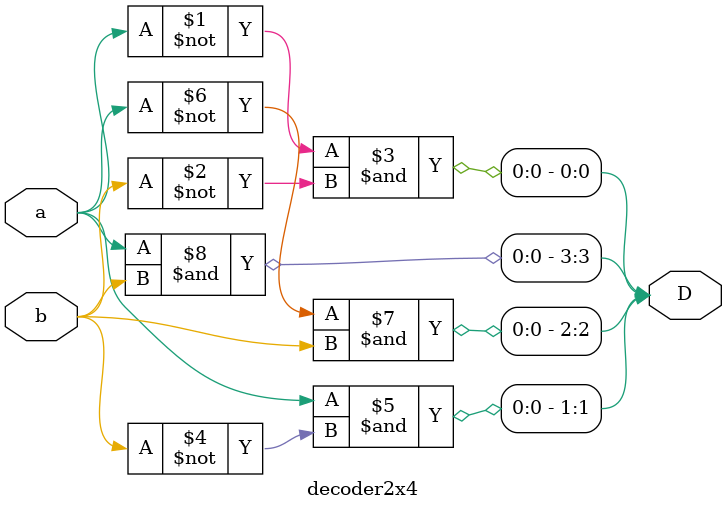
<source format=v>
`timescale 1ns / 1ps
module decoder2x4( a, b, D);
input a,b;
output [3:0]D;
 assign D[0] = ~a & ~ b;
 assign D[1] = a & ~ b;
 assign D[2] = ~a & b;
 assign D[3] = a & b;
endmodule
</source>
